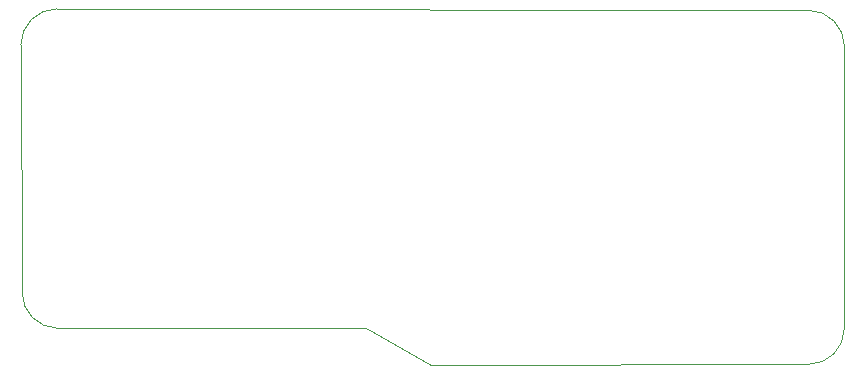
<source format=gbr>
%TF.GenerationSoftware,KiCad,Pcbnew,9.0.6-9.0.6~ubuntu24.04.1*%
%TF.CreationDate,2025-12-05T16:25:40-03:00*%
%TF.ProjectId,Smart_insoles_2025_v1,536d6172-745f-4696-9e73-6f6c65735f32,rev?*%
%TF.SameCoordinates,Original*%
%TF.FileFunction,Profile,NP*%
%FSLAX46Y46*%
G04 Gerber Fmt 4.6, Leading zero omitted, Abs format (unit mm)*
G04 Created by KiCad (PCBNEW 9.0.6-9.0.6~ubuntu24.04.1) date 2025-12-05 16:25:40*
%MOMM*%
%LPD*%
G01*
G04 APERTURE LIST*
%TA.AperFunction,Profile*%
%ADD10C,0.050000*%
%TD*%
G04 APERTURE END LIST*
D10*
X104630013Y-71991914D02*
G75*
G02*
X107678013Y-68943914I3048000J0D01*
G01*
X133874013Y-95973873D02*
X139334596Y-99077085D01*
X107683255Y-95978914D02*
G75*
G02*
X104726617Y-92986202I92358J3048100D01*
G01*
X171308752Y-69067175D02*
X107678013Y-68943914D01*
X174353403Y-95994914D02*
X174356752Y-72115175D01*
X133874013Y-95973873D02*
X107683255Y-95978914D01*
X104630013Y-71991914D02*
X104728683Y-92986203D01*
X171308752Y-69067175D02*
G75*
G02*
X174356752Y-72115175I-39J-3048039D01*
G01*
X174353403Y-95994914D02*
G75*
G02*
X171305403Y-99042904I-3047890J-100D01*
G01*
X139334596Y-99077085D02*
X171305403Y-99042914D01*
M02*

</source>
